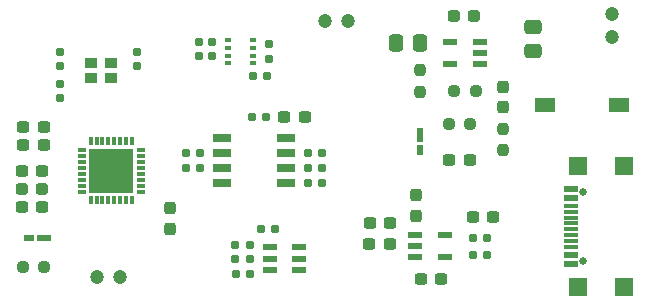
<source format=gts>
%TF.GenerationSoftware,KiCad,Pcbnew,7.0.9*%
%TF.CreationDate,2024-06-27T19:07:32+02:00*%
%TF.ProjectId,esp32_c3_custom_board,65737033-325f-4633-935f-637573746f6d,rev?*%
%TF.SameCoordinates,Original*%
%TF.FileFunction,Soldermask,Top*%
%TF.FilePolarity,Negative*%
%FSLAX46Y46*%
G04 Gerber Fmt 4.6, Leading zero omitted, Abs format (unit mm)*
G04 Created by KiCad (PCBNEW 7.0.9) date 2024-06-27 19:07:32*
%MOMM*%
%LPD*%
G01*
G04 APERTURE LIST*
G04 Aperture macros list*
%AMRoundRect*
0 Rectangle with rounded corners*
0 $1 Rounding radius*
0 $2 $3 $4 $5 $6 $7 $8 $9 X,Y pos of 4 corners*
0 Add a 4 corners polygon primitive as box body*
4,1,4,$2,$3,$4,$5,$6,$7,$8,$9,$2,$3,0*
0 Add four circle primitives for the rounded corners*
1,1,$1+$1,$2,$3*
1,1,$1+$1,$4,$5*
1,1,$1+$1,$6,$7*
1,1,$1+$1,$8,$9*
0 Add four rect primitives between the rounded corners*
20,1,$1+$1,$2,$3,$4,$5,0*
20,1,$1+$1,$4,$5,$6,$7,0*
20,1,$1+$1,$6,$7,$8,$9,0*
20,1,$1+$1,$8,$9,$2,$3,0*%
G04 Aperture macros list end*
%ADD10RoundRect,0.160000X-0.160000X0.197500X-0.160000X-0.197500X0.160000X-0.197500X0.160000X0.197500X0*%
%ADD11RoundRect,0.237500X-0.300000X-0.237500X0.300000X-0.237500X0.300000X0.237500X-0.300000X0.237500X0*%
%ADD12RoundRect,0.155000X-0.155000X0.212500X-0.155000X-0.212500X0.155000X-0.212500X0.155000X0.212500X0*%
%ADD13RoundRect,0.160000X0.197500X0.160000X-0.197500X0.160000X-0.197500X-0.160000X0.197500X-0.160000X0*%
%ADD14R,1.300000X0.500000*%
%ADD15R,0.870000X0.500000*%
%ADD16R,1.000000X0.900000*%
%ADD17RoundRect,0.237500X-0.237500X0.287500X-0.237500X-0.287500X0.237500X-0.287500X0.237500X0.287500X0*%
%ADD18RoundRect,0.250000X0.337500X0.475000X-0.337500X0.475000X-0.337500X-0.475000X0.337500X-0.475000X0*%
%ADD19RoundRect,0.155000X0.212500X0.155000X-0.212500X0.155000X-0.212500X-0.155000X0.212500X-0.155000X0*%
%ADD20RoundRect,0.237500X0.237500X-0.250000X0.237500X0.250000X-0.237500X0.250000X-0.237500X-0.250000X0*%
%ADD21RoundRect,0.237500X0.250000X0.237500X-0.250000X0.237500X-0.250000X-0.237500X0.250000X-0.237500X0*%
%ADD22RoundRect,0.155000X-0.212500X-0.155000X0.212500X-0.155000X0.212500X0.155000X-0.212500X0.155000X0*%
%ADD23C,1.200000*%
%ADD24RoundRect,0.160000X0.160000X-0.197500X0.160000X0.197500X-0.160000X0.197500X-0.160000X-0.197500X0*%
%ADD25C,0.650000*%
%ADD26R,1.150000X0.600000*%
%ADD27R,1.150000X0.300000*%
%ADD28R,1.500000X1.500000*%
%ADD29R,0.500000X0.350000*%
%ADD30R,1.525000X0.650000*%
%ADD31R,1.200000X0.600000*%
%ADD32RoundRect,0.237500X0.300000X0.237500X-0.300000X0.237500X-0.300000X-0.237500X0.300000X-0.237500X0*%
%ADD33RoundRect,0.160000X-0.197500X-0.160000X0.197500X-0.160000X0.197500X0.160000X-0.197500X0.160000X0*%
%ADD34R,1.750000X1.200000*%
%ADD35RoundRect,0.250000X-0.475000X0.337500X-0.475000X-0.337500X0.475000X-0.337500X0.475000X0.337500X0*%
%ADD36RoundRect,0.155000X0.155000X-0.212500X0.155000X0.212500X-0.155000X0.212500X-0.155000X-0.212500X0*%
%ADD37RoundRect,0.237500X-0.250000X-0.237500X0.250000X-0.237500X0.250000X0.237500X-0.250000X0.237500X0*%
%ADD38R,0.800000X0.300000*%
%ADD39R,0.300000X0.800000*%
%ADD40R,3.750000X3.750000*%
%ADD41RoundRect,0.237500X-0.237500X0.300000X-0.237500X-0.300000X0.237500X-0.300000X0.237500X0.300000X0*%
%ADD42RoundRect,0.237500X-0.287500X-0.237500X0.287500X-0.237500X0.287500X0.237500X-0.287500X0.237500X0*%
%ADD43R,0.500000X1.300000*%
%ADD44R,0.500000X0.870000*%
%ADD45RoundRect,0.237500X0.237500X-0.300000X0.237500X0.300000X-0.237500X0.300000X-0.237500X-0.300000X0*%
G04 APERTURE END LIST*
D10*
%TO.C,R14*%
X142131000Y-127979000D03*
X142131000Y-129174000D03*
%TD*%
D11*
%TO.C,C12*%
X143436000Y-134112000D03*
X145161000Y-134112000D03*
%TD*%
D12*
%TO.C,C2*%
X124397000Y-128637000D03*
X124397000Y-129772000D03*
%TD*%
D13*
%TO.C,R5*%
X146610000Y-139700000D03*
X145415000Y-139700000D03*
%TD*%
D14*
%TO.C,D2*%
X123108000Y-144399000D03*
D15*
X121793000Y-144399000D03*
%TD*%
D13*
%TO.C,R4*%
X146610000Y-138430000D03*
X145415000Y-138430000D03*
%TD*%
D16*
%TO.C,Y1*%
X127064000Y-130788000D03*
X128714000Y-130788000D03*
X128714000Y-129562000D03*
X127064000Y-129562000D03*
%TD*%
D17*
%TO.C,L2*%
X154559000Y-140744000D03*
X154559000Y-142494000D03*
%TD*%
D18*
%TO.C,C18*%
X154940000Y-127889000D03*
X152865000Y-127889000D03*
%TD*%
D19*
%TO.C,C16*%
X137305000Y-128920000D03*
X136170000Y-128920000D03*
%TD*%
D20*
%TO.C,R12*%
X161925000Y-136953000D03*
X161925000Y-135128000D03*
%TD*%
D13*
%TO.C,R9*%
X160580000Y-145796000D03*
X159385000Y-145796000D03*
%TD*%
D21*
%TO.C,R11*%
X159178000Y-134747000D03*
X157353000Y-134747000D03*
%TD*%
D13*
%TO.C,R15*%
X141986000Y-130683000D03*
X140791000Y-130683000D03*
%TD*%
%TO.C,R1*%
X146610000Y-137160000D03*
X145415000Y-137160000D03*
%TD*%
D22*
%TO.C,C13*%
X140724000Y-134112000D03*
X141859000Y-134112000D03*
%TD*%
D23*
%TO.C,I2C1*%
X129524000Y-147701000D03*
X127524000Y-147701000D03*
%TD*%
D24*
%TO.C,R6*%
X124397000Y-132491000D03*
X124397000Y-131296000D03*
%TD*%
D11*
%TO.C,C7*%
X157406000Y-137795000D03*
X159131000Y-137795000D03*
%TD*%
D25*
%TO.C,J1*%
X168754000Y-146273000D03*
X168754000Y-140493000D03*
D26*
X167679000Y-146583000D03*
X167679000Y-145783000D03*
D27*
X167679000Y-144633000D03*
X167679000Y-143633000D03*
X167679000Y-143133000D03*
X167679000Y-142133000D03*
D26*
X167679000Y-140983000D03*
X167679000Y-140183000D03*
D27*
X167679000Y-141633000D03*
X167679000Y-142633000D03*
X167679000Y-144133000D03*
X167679000Y-145133000D03*
D28*
X168254000Y-148503000D03*
X168254000Y-138263000D03*
X172184000Y-148503000D03*
X172184000Y-138263000D03*
%TD*%
D23*
%TO.C,UART1*%
X146844000Y-125984000D03*
X148844000Y-125984000D03*
%TD*%
D29*
%TO.C,HM1*%
X140734000Y-127620000D03*
X140734000Y-128270000D03*
X140734000Y-128920000D03*
X140734000Y-129570000D03*
X138684000Y-129570000D03*
X138684000Y-128920000D03*
X138684000Y-128270000D03*
X138684000Y-127620000D03*
%TD*%
D30*
%TO.C,Flash1*%
X138131000Y-135890000D03*
X138131000Y-137160000D03*
X138131000Y-138430000D03*
X138131000Y-139700000D03*
X143555000Y-139700000D03*
X143555000Y-138430000D03*
X143555000Y-137160000D03*
X143555000Y-135890000D03*
%TD*%
D31*
%TO.C,ESD1*%
X142173000Y-145166000D03*
X142173000Y-146116000D03*
X142173000Y-147066000D03*
X144673000Y-147066000D03*
X144673000Y-146116000D03*
X144673000Y-145166000D03*
%TD*%
D32*
%TO.C,C10*%
X161088000Y-142621000D03*
X159363000Y-142621000D03*
%TD*%
D33*
%TO.C,R2*%
X135076000Y-137160000D03*
X136271000Y-137160000D03*
%TD*%
D26*
%TO.C,USB-Vpp1*%
X154504000Y-144084000D03*
X154504000Y-145034000D03*
X154504000Y-145984000D03*
X157004000Y-145984000D03*
X157004000Y-144084000D03*
%TD*%
D34*
%TO.C,S1*%
X165481000Y-133096000D03*
X171731000Y-133096000D03*
%TD*%
D32*
%TO.C,C21*%
X123063000Y-136525000D03*
X121338000Y-136525000D03*
%TD*%
%TO.C,C11*%
X152400000Y-143129000D03*
X150675000Y-143129000D03*
%TD*%
D22*
%TO.C,C6*%
X141478000Y-143637000D03*
X142613000Y-143637000D03*
%TD*%
D20*
%TO.C,R16*%
X154940000Y-132000000D03*
X154940000Y-130175000D03*
%TD*%
D23*
%TO.C,VppExt1*%
X171196000Y-125381000D03*
X171196000Y-127381000D03*
%TD*%
D33*
%TO.C,R8*%
X139287000Y-146116000D03*
X140482000Y-146116000D03*
%TD*%
D35*
%TO.C,C17*%
X164465000Y-126492000D03*
X164465000Y-128567000D03*
%TD*%
D36*
%TO.C,C1*%
X130937000Y-129786000D03*
X130937000Y-128651000D03*
%TD*%
D32*
%TO.C,C8*%
X156717000Y-147828000D03*
X154992000Y-147828000D03*
%TD*%
D37*
%TO.C,R17*%
X157814000Y-131953000D03*
X159639000Y-131953000D03*
%TD*%
D11*
%TO.C,C4*%
X121211000Y-141732000D03*
X122936000Y-141732000D03*
%TD*%
D38*
%TO.C,IC1*%
X126278000Y-136934000D03*
X126278000Y-137434000D03*
X126278000Y-137934000D03*
X126278000Y-138434000D03*
X126278000Y-138934000D03*
X126278000Y-139434000D03*
X126278000Y-139934000D03*
X126278000Y-140434000D03*
D39*
X127028000Y-141184000D03*
X127528000Y-141184000D03*
X128028000Y-141184000D03*
X128528000Y-141184000D03*
X129028000Y-141184000D03*
X129528000Y-141184000D03*
X130028000Y-141184000D03*
X130528000Y-141184000D03*
D38*
X131278000Y-140434000D03*
X131278000Y-139934000D03*
X131278000Y-139434000D03*
X131278000Y-138934000D03*
X131278000Y-138434000D03*
X131278000Y-137934000D03*
X131278000Y-137434000D03*
X131278000Y-136934000D03*
D39*
X130528000Y-136184000D03*
X130028000Y-136184000D03*
X129528000Y-136184000D03*
X129028000Y-136184000D03*
X128528000Y-136184000D03*
X128028000Y-136184000D03*
X127528000Y-136184000D03*
X127028000Y-136184000D03*
D40*
X128778000Y-138684000D03*
%TD*%
D41*
%TO.C,C19*%
X133731000Y-141859000D03*
X133731000Y-143584000D03*
%TD*%
D37*
%TO.C,R13*%
X121283000Y-146812000D03*
X123108000Y-146812000D03*
%TD*%
D31*
%TO.C,EX-Vpp1*%
X160020000Y-129667000D03*
X160020000Y-128717000D03*
X160020000Y-127767000D03*
X157420000Y-127767000D03*
X157420000Y-129667000D03*
%TD*%
D19*
%TO.C,C15*%
X137305000Y-127777000D03*
X136170000Y-127777000D03*
%TD*%
%TO.C,C5*%
X140482000Y-147386000D03*
X139347000Y-147386000D03*
%TD*%
D33*
%TO.C,R3*%
X135076000Y-138430000D03*
X136271000Y-138430000D03*
%TD*%
D42*
%TO.C,L3*%
X157762000Y-125603000D03*
X159512000Y-125603000D03*
%TD*%
D43*
%TO.C,D1*%
X154940000Y-135636000D03*
D44*
X154940000Y-136951000D03*
%TD*%
D45*
%TO.C,C14*%
X161925000Y-133297000D03*
X161925000Y-131572000D03*
%TD*%
D32*
%TO.C,C20*%
X123063000Y-135001000D03*
X121338000Y-135001000D03*
%TD*%
D42*
%TO.C,L1*%
X121186000Y-140208000D03*
X122936000Y-140208000D03*
%TD*%
D33*
%TO.C,R7*%
X139287000Y-144973000D03*
X140482000Y-144973000D03*
%TD*%
%TO.C,R10*%
X159385000Y-144399000D03*
X160580000Y-144399000D03*
%TD*%
D32*
%TO.C,C3*%
X122936000Y-138684000D03*
X121211000Y-138684000D03*
%TD*%
%TO.C,C9*%
X152347000Y-144907000D03*
X150622000Y-144907000D03*
%TD*%
M02*

</source>
